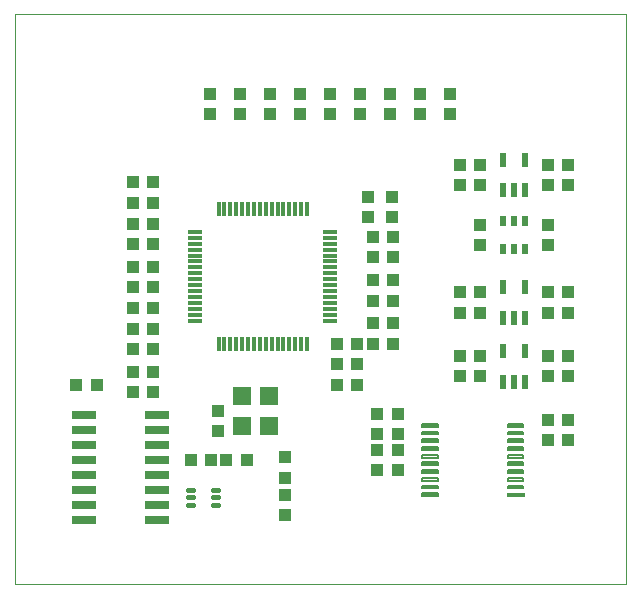
<source format=gtp>
G75*
%MOIN*%
%OFA0B0*%
%FSLAX24Y24*%
%IPPOS*%
%LPD*%
%AMOC8*
5,1,8,0,0,1.08239X$1,22.5*
%
%ADD10C,0.0000*%
%ADD11R,0.0118X0.0472*%
%ADD12R,0.0472X0.0118*%
%ADD13R,0.0433X0.0394*%
%ADD14R,0.0394X0.0433*%
%ADD15R,0.0591X0.0630*%
%ADD16R,0.0217X0.0472*%
%ADD17R,0.0236X0.0354*%
%ADD18R,0.0600X0.0165*%
%ADD19C,0.0074*%
%ADD20R,0.0800X0.0260*%
%ADD21C,0.0157*%
D10*
X000180Y000180D02*
X000180Y019176D01*
X020550Y019176D01*
X020550Y000180D01*
X000180Y000180D01*
D11*
X006954Y008186D03*
X007150Y008186D03*
X007347Y008186D03*
X007544Y008186D03*
X007741Y008186D03*
X007938Y008186D03*
X008135Y008186D03*
X008332Y008186D03*
X008528Y008186D03*
X008725Y008186D03*
X008922Y008186D03*
X009119Y008186D03*
X009316Y008186D03*
X009513Y008186D03*
X009710Y008186D03*
X009906Y008186D03*
X009906Y012674D03*
X009710Y012674D03*
X009513Y012674D03*
X009316Y012674D03*
X009119Y012674D03*
X008922Y012674D03*
X008725Y012674D03*
X008528Y012674D03*
X008332Y012674D03*
X008135Y012674D03*
X007938Y012674D03*
X007741Y012674D03*
X007544Y012674D03*
X007347Y012674D03*
X007150Y012674D03*
X006954Y012674D03*
D12*
X006186Y011906D03*
X006186Y011710D03*
X006186Y011513D03*
X006186Y011316D03*
X006186Y011119D03*
X006186Y010922D03*
X006186Y010725D03*
X006186Y010528D03*
X006186Y010332D03*
X006186Y010135D03*
X006186Y009938D03*
X006186Y009741D03*
X006186Y009544D03*
X006186Y009347D03*
X006186Y009150D03*
X006186Y008954D03*
X010674Y008954D03*
X010674Y009150D03*
X010674Y009347D03*
X010674Y009544D03*
X010674Y009741D03*
X010674Y009938D03*
X010674Y010135D03*
X010674Y010332D03*
X010674Y010528D03*
X010674Y010725D03*
X010674Y010922D03*
X010674Y011119D03*
X010674Y011316D03*
X010674Y011513D03*
X010674Y011710D03*
X010674Y011906D03*
D13*
X011930Y012408D03*
X011930Y013077D03*
X012095Y011743D03*
X012095Y011055D03*
X012095Y010305D03*
X012095Y009618D03*
X012765Y009618D03*
X012765Y010305D03*
X012765Y011055D03*
X012765Y011743D03*
X012765Y008868D03*
X012765Y008180D03*
X012095Y008180D03*
X011577Y008180D03*
X010908Y008180D03*
X010908Y007493D03*
X011577Y007493D03*
X012095Y008868D03*
X012243Y004640D03*
X012243Y003970D03*
X012930Y003970D03*
X012930Y004640D03*
X009180Y004390D03*
X009180Y003720D03*
X009180Y003140D03*
X009180Y002470D03*
X004765Y006555D03*
X004095Y006555D03*
X004095Y007243D03*
X004765Y007243D03*
X004765Y007993D03*
X004095Y007993D03*
X004095Y008680D03*
X004765Y008680D03*
X004765Y009368D03*
X004095Y009368D03*
X004095Y010055D03*
X004765Y010055D03*
X004765Y010743D03*
X004095Y010743D03*
X004095Y011493D03*
X004765Y011493D03*
X004765Y012180D03*
X004095Y012180D03*
X004095Y012868D03*
X004765Y012868D03*
X004765Y013555D03*
X004095Y013555D03*
X006680Y015845D03*
X006680Y016515D03*
X007680Y016515D03*
X007680Y015845D03*
X008680Y015845D03*
X008680Y016515D03*
X009680Y016515D03*
X009680Y015845D03*
X010680Y015845D03*
X010680Y016515D03*
X011680Y016515D03*
X011680Y015845D03*
X012680Y015845D03*
X012680Y016515D03*
X013680Y016515D03*
X013680Y015845D03*
X014680Y015845D03*
X014680Y016515D03*
D14*
X014993Y014140D03*
X014993Y013470D03*
X015680Y013470D03*
X015680Y014140D03*
X015680Y012140D03*
X015680Y011470D03*
X015680Y009890D03*
X015680Y009220D03*
X014993Y009220D03*
X014993Y009890D03*
X014993Y007765D03*
X014993Y007095D03*
X015680Y007095D03*
X015680Y007765D03*
X017930Y007765D03*
X017930Y007095D03*
X018618Y007095D03*
X018618Y007765D03*
X018618Y009220D03*
X018618Y009890D03*
X017930Y009890D03*
X017930Y009220D03*
X017930Y011470D03*
X017930Y012140D03*
X017930Y013470D03*
X017930Y014140D03*
X018618Y014140D03*
X018618Y013470D03*
X012743Y013077D03*
X012743Y012408D03*
X011577Y006805D03*
X010908Y006805D03*
X012243Y005827D03*
X012243Y005158D03*
X012930Y005158D03*
X012930Y005827D03*
X017930Y005640D03*
X017930Y004970D03*
X018618Y004970D03*
X018618Y005640D03*
X007890Y004305D03*
X007220Y004305D03*
X006702Y004305D03*
X006033Y004305D03*
X006930Y005283D03*
X006930Y005952D03*
X002890Y006805D03*
X002220Y006805D03*
D15*
X007727Y006422D03*
X008633Y006422D03*
X008633Y005438D03*
X007727Y005438D03*
D16*
X016431Y006918D03*
X016805Y006918D03*
X017179Y006918D03*
X017179Y007942D03*
X016431Y007942D03*
X016431Y009043D03*
X016805Y009043D03*
X017179Y009043D03*
X017179Y010067D03*
X016431Y010067D03*
X016431Y013293D03*
X016805Y013293D03*
X017179Y013293D03*
X017179Y014317D03*
X016431Y014317D03*
D17*
X016431Y012258D03*
X016805Y012258D03*
X017179Y012258D03*
X017179Y011352D03*
X016805Y011352D03*
X016431Y011352D03*
D18*
X016857Y003153D03*
D19*
X017120Y003364D02*
X017120Y003454D01*
X017120Y003364D02*
X016594Y003364D01*
X016594Y003454D01*
X017120Y003454D01*
X017120Y003437D02*
X016594Y003437D01*
X017120Y003620D02*
X017120Y003710D01*
X017120Y003620D02*
X016594Y003620D01*
X016594Y003710D01*
X017120Y003710D01*
X017120Y003693D02*
X016594Y003693D01*
X017120Y003876D02*
X017120Y003966D01*
X017120Y003876D02*
X016594Y003876D01*
X016594Y003966D01*
X017120Y003966D01*
X017120Y003949D02*
X016594Y003949D01*
X017120Y004132D02*
X017120Y004222D01*
X017120Y004132D02*
X016594Y004132D01*
X016594Y004222D01*
X017120Y004222D01*
X017120Y004205D02*
X016594Y004205D01*
X017120Y004388D02*
X017120Y004478D01*
X017120Y004388D02*
X016594Y004388D01*
X016594Y004478D01*
X017120Y004478D01*
X017120Y004461D02*
X016594Y004461D01*
X017120Y004644D02*
X017120Y004734D01*
X017120Y004644D02*
X016594Y004644D01*
X016594Y004734D01*
X017120Y004734D01*
X017120Y004717D02*
X016594Y004717D01*
X017120Y004900D02*
X017120Y004990D01*
X017120Y004900D02*
X016594Y004900D01*
X016594Y004990D01*
X017120Y004990D01*
X017120Y004973D02*
X016594Y004973D01*
X017120Y005156D02*
X017120Y005246D01*
X017120Y005156D02*
X016594Y005156D01*
X016594Y005246D01*
X017120Y005246D01*
X017120Y005229D02*
X016594Y005229D01*
X017120Y005412D02*
X017120Y005502D01*
X017120Y005412D02*
X016594Y005412D01*
X016594Y005502D01*
X017120Y005502D01*
X017120Y005485D02*
X016594Y005485D01*
X014266Y005502D02*
X014266Y005412D01*
X013740Y005412D01*
X013740Y005502D01*
X014266Y005502D01*
X014266Y005485D02*
X013740Y005485D01*
X014266Y005246D02*
X014266Y005156D01*
X013740Y005156D01*
X013740Y005246D01*
X014266Y005246D01*
X014266Y005229D02*
X013740Y005229D01*
X014266Y004990D02*
X014266Y004900D01*
X013740Y004900D01*
X013740Y004990D01*
X014266Y004990D01*
X014266Y004973D02*
X013740Y004973D01*
X014266Y004734D02*
X014266Y004644D01*
X013740Y004644D01*
X013740Y004734D01*
X014266Y004734D01*
X014266Y004717D02*
X013740Y004717D01*
X014266Y004478D02*
X014266Y004388D01*
X013740Y004388D01*
X013740Y004478D01*
X014266Y004478D01*
X014266Y004461D02*
X013740Y004461D01*
X014266Y004222D02*
X014266Y004132D01*
X013740Y004132D01*
X013740Y004222D01*
X014266Y004222D01*
X014266Y004205D02*
X013740Y004205D01*
X014266Y003966D02*
X014266Y003876D01*
X013740Y003876D01*
X013740Y003966D01*
X014266Y003966D01*
X014266Y003949D02*
X013740Y003949D01*
X014266Y003710D02*
X014266Y003620D01*
X013740Y003620D01*
X013740Y003710D01*
X014266Y003710D01*
X014266Y003693D02*
X013740Y003693D01*
X014266Y003454D02*
X014266Y003364D01*
X013740Y003364D01*
X013740Y003454D01*
X014266Y003454D01*
X014266Y003437D02*
X013740Y003437D01*
X014266Y003198D02*
X014266Y003108D01*
X013740Y003108D01*
X013740Y003198D01*
X014266Y003198D01*
X014266Y003181D02*
X013740Y003181D01*
D20*
X004890Y003305D03*
X004890Y002805D03*
X004890Y002305D03*
X004890Y003805D03*
X004890Y004305D03*
X004890Y004805D03*
X004890Y005305D03*
X004890Y005805D03*
X002470Y005805D03*
X002470Y005305D03*
X002470Y004805D03*
X002470Y004305D03*
X002470Y003805D03*
X002470Y003305D03*
X002470Y002805D03*
X002470Y002305D03*
D21*
X005928Y002799D02*
X005928Y002799D01*
X006106Y002799D01*
X006106Y002799D01*
X005928Y002799D01*
X005928Y003055D02*
X005928Y003055D01*
X006106Y003055D01*
X006106Y003055D01*
X005928Y003055D01*
X005928Y003311D02*
X005928Y003311D01*
X006106Y003311D01*
X006106Y003311D01*
X005928Y003311D01*
X006754Y003311D02*
X006754Y003311D01*
X006932Y003311D01*
X006932Y003311D01*
X006754Y003311D01*
X006754Y003055D02*
X006754Y003055D01*
X006932Y003055D01*
X006932Y003055D01*
X006754Y003055D01*
X006754Y002799D02*
X006754Y002799D01*
X006932Y002799D01*
X006932Y002799D01*
X006754Y002799D01*
M02*

</source>
